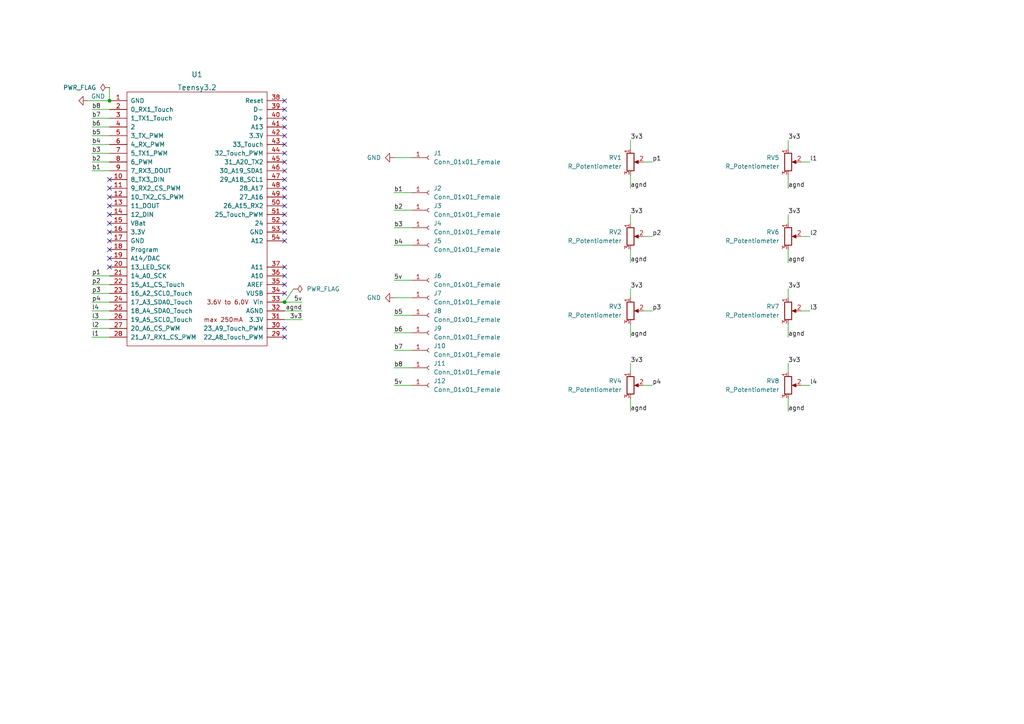
<source format=kicad_sch>
(kicad_sch (version 20211123) (generator eeschema)

  (uuid e63e39d7-6ac0-4ffd-8aa3-1841a4541b55)

  (paper "A4")

  (lib_symbols
    (symbol "Connector:Conn_01x01_Female" (pin_names (offset 1.016) hide) (in_bom yes) (on_board yes)
      (property "Reference" "J" (id 0) (at 0 2.54 0)
        (effects (font (size 1.27 1.27)))
      )
      (property "Value" "Conn_01x01_Female" (id 1) (at 0 -2.54 0)
        (effects (font (size 1.27 1.27)))
      )
      (property "Footprint" "" (id 2) (at 0 0 0)
        (effects (font (size 1.27 1.27)) hide)
      )
      (property "Datasheet" "~" (id 3) (at 0 0 0)
        (effects (font (size 1.27 1.27)) hide)
      )
      (property "ki_keywords" "connector" (id 4) (at 0 0 0)
        (effects (font (size 1.27 1.27)) hide)
      )
      (property "ki_description" "Generic connector, single row, 01x01, script generated (kicad-library-utils/schlib/autogen/connector/)" (id 5) (at 0 0 0)
        (effects (font (size 1.27 1.27)) hide)
      )
      (property "ki_fp_filters" "Connector*:*" (id 6) (at 0 0 0)
        (effects (font (size 1.27 1.27)) hide)
      )
      (symbol "Conn_01x01_Female_1_1"
        (polyline
          (pts
            (xy -1.27 0)
            (xy -0.508 0)
          )
          (stroke (width 0.1524) (type default) (color 0 0 0 0))
          (fill (type none))
        )
        (arc (start 0 0.508) (mid -0.508 0) (end 0 -0.508)
          (stroke (width 0.1524) (type default) (color 0 0 0 0))
          (fill (type none))
        )
        (pin passive line (at -5.08 0 0) (length 3.81)
          (name "Pin_1" (effects (font (size 1.27 1.27))))
          (number "1" (effects (font (size 1.27 1.27))))
        )
      )
    )
    (symbol "Device:R_Potentiometer" (pin_names (offset 1.016) hide) (in_bom yes) (on_board yes)
      (property "Reference" "RV" (id 0) (at -4.445 0 90)
        (effects (font (size 1.27 1.27)))
      )
      (property "Value" "R_Potentiometer" (id 1) (at -2.54 0 90)
        (effects (font (size 1.27 1.27)))
      )
      (property "Footprint" "" (id 2) (at 0 0 0)
        (effects (font (size 1.27 1.27)) hide)
      )
      (property "Datasheet" "~" (id 3) (at 0 0 0)
        (effects (font (size 1.27 1.27)) hide)
      )
      (property "ki_keywords" "resistor variable" (id 4) (at 0 0 0)
        (effects (font (size 1.27 1.27)) hide)
      )
      (property "ki_description" "Potentiometer" (id 5) (at 0 0 0)
        (effects (font (size 1.27 1.27)) hide)
      )
      (property "ki_fp_filters" "Potentiometer*" (id 6) (at 0 0 0)
        (effects (font (size 1.27 1.27)) hide)
      )
      (symbol "R_Potentiometer_0_1"
        (polyline
          (pts
            (xy 2.54 0)
            (xy 1.524 0)
          )
          (stroke (width 0) (type default) (color 0 0 0 0))
          (fill (type none))
        )
        (polyline
          (pts
            (xy 1.143 0)
            (xy 2.286 0.508)
            (xy 2.286 -0.508)
            (xy 1.143 0)
          )
          (stroke (width 0) (type default) (color 0 0 0 0))
          (fill (type outline))
        )
        (rectangle (start 1.016 2.54) (end -1.016 -2.54)
          (stroke (width 0.254) (type default) (color 0 0 0 0))
          (fill (type none))
        )
      )
      (symbol "R_Potentiometer_1_1"
        (pin passive line (at 0 3.81 270) (length 1.27)
          (name "1" (effects (font (size 1.27 1.27))))
          (number "1" (effects (font (size 1.27 1.27))))
        )
        (pin passive line (at 3.81 0 180) (length 1.27)
          (name "2" (effects (font (size 1.27 1.27))))
          (number "2" (effects (font (size 1.27 1.27))))
        )
        (pin passive line (at 0 -3.81 90) (length 1.27)
          (name "3" (effects (font (size 1.27 1.27))))
          (number "3" (effects (font (size 1.27 1.27))))
        )
      )
    )
    (symbol "Teensy:Teensy3.2" (pin_names (offset 1.016)) (in_bom yes) (on_board yes)
      (property "Reference" "U" (id 0) (at 0 39.37 0)
        (effects (font (size 1.524 1.524)))
      )
      (property "Value" "Teensy3.2" (id 1) (at 0 -39.37 0)
        (effects (font (size 1.524 1.524)))
      )
      (property "Footprint" "" (id 2) (at 0 -19.05 0)
        (effects (font (size 1.524 1.524)))
      )
      (property "Datasheet" "" (id 3) (at 0 -19.05 0)
        (effects (font (size 1.524 1.524)))
      )
      (symbol "Teensy3.2_0_0"
        (text "3.6V to 6.0V" (at 8.89 -24.13 0)
          (effects (font (size 1.27 1.27)))
        )
        (text "max 250mA" (at 7.62 -29.21 0)
          (effects (font (size 1.27 1.27)))
        )
      )
      (symbol "Teensy3.2_0_1"
        (rectangle (start -20.32 -36.83) (end 20.32 36.83)
          (stroke (width 0) (type default) (color 0 0 0 0))
          (fill (type none))
        )
      )
      (symbol "Teensy3.2_1_1"
        (pin power_in line (at -25.4 34.29 0) (length 5.08)
          (name "GND" (effects (font (size 1.27 1.27))))
          (number "1" (effects (font (size 1.27 1.27))))
        )
        (pin bidirectional line (at -25.4 11.43 0) (length 5.08)
          (name "8_TX3_DIN" (effects (font (size 1.27 1.27))))
          (number "10" (effects (font (size 1.27 1.27))))
        )
        (pin bidirectional line (at -25.4 8.89 0) (length 5.08)
          (name "9_RX2_CS_PWM" (effects (font (size 1.27 1.27))))
          (number "11" (effects (font (size 1.27 1.27))))
        )
        (pin bidirectional line (at -25.4 6.35 0) (length 5.08)
          (name "10_TX2_CS_PWM" (effects (font (size 1.27 1.27))))
          (number "12" (effects (font (size 1.27 1.27))))
        )
        (pin bidirectional line (at -25.4 3.81 0) (length 5.08)
          (name "11_DOUT" (effects (font (size 1.27 1.27))))
          (number "13" (effects (font (size 1.27 1.27))))
        )
        (pin bidirectional line (at -25.4 1.27 0) (length 5.08)
          (name "12_DIN" (effects (font (size 1.27 1.27))))
          (number "14" (effects (font (size 1.27 1.27))))
        )
        (pin power_in line (at -25.4 -1.27 0) (length 5.08)
          (name "VBat" (effects (font (size 1.27 1.27))))
          (number "15" (effects (font (size 1.27 1.27))))
        )
        (pin power_out line (at -25.4 -3.81 0) (length 5.08)
          (name "3.3V" (effects (font (size 1.27 1.27))))
          (number "16" (effects (font (size 1.27 1.27))))
        )
        (pin power_in line (at -25.4 -6.35 0) (length 5.08)
          (name "GND" (effects (font (size 1.27 1.27))))
          (number "17" (effects (font (size 1.27 1.27))))
        )
        (pin input line (at -25.4 -8.89 0) (length 5.08)
          (name "Program" (effects (font (size 1.27 1.27))))
          (number "18" (effects (font (size 1.27 1.27))))
        )
        (pin bidirectional line (at -25.4 -11.43 0) (length 5.08)
          (name "A14/DAC" (effects (font (size 1.27 1.27))))
          (number "19" (effects (font (size 1.27 1.27))))
        )
        (pin bidirectional line (at -25.4 31.75 0) (length 5.08)
          (name "0_RX1_Touch" (effects (font (size 1.27 1.27))))
          (number "2" (effects (font (size 1.27 1.27))))
        )
        (pin bidirectional line (at -25.4 -13.97 0) (length 5.08)
          (name "13_LED_SCK" (effects (font (size 1.27 1.27))))
          (number "20" (effects (font (size 1.27 1.27))))
        )
        (pin bidirectional line (at -25.4 -16.51 0) (length 5.08)
          (name "14_A0_SCK" (effects (font (size 1.27 1.27))))
          (number "21" (effects (font (size 1.27 1.27))))
        )
        (pin bidirectional line (at -25.4 -19.05 0) (length 5.08)
          (name "15_A1_CS_Touch" (effects (font (size 1.27 1.27))))
          (number "22" (effects (font (size 1.27 1.27))))
        )
        (pin bidirectional line (at -25.4 -21.59 0) (length 5.08)
          (name "16_A2_SCL0_Touch" (effects (font (size 1.27 1.27))))
          (number "23" (effects (font (size 1.27 1.27))))
        )
        (pin bidirectional line (at -25.4 -24.13 0) (length 5.08)
          (name "17_A3_SDA0_Touch" (effects (font (size 1.27 1.27))))
          (number "24" (effects (font (size 1.27 1.27))))
        )
        (pin bidirectional line (at -25.4 -26.67 0) (length 5.08)
          (name "18_A4_SDA0_Touch" (effects (font (size 1.27 1.27))))
          (number "25" (effects (font (size 1.27 1.27))))
        )
        (pin bidirectional line (at -25.4 -29.21 0) (length 5.08)
          (name "19_A5_SCL0_Touch" (effects (font (size 1.27 1.27))))
          (number "26" (effects (font (size 1.27 1.27))))
        )
        (pin bidirectional line (at -25.4 -31.75 0) (length 5.08)
          (name "20_A6_CS_PWM" (effects (font (size 1.27 1.27))))
          (number "27" (effects (font (size 1.27 1.27))))
        )
        (pin bidirectional line (at -25.4 -34.29 0) (length 5.08)
          (name "21_A7_RX1_CS_PWM" (effects (font (size 1.27 1.27))))
          (number "28" (effects (font (size 1.27 1.27))))
        )
        (pin bidirectional line (at 25.4 -34.29 180) (length 5.08)
          (name "22_A8_Touch_PWM" (effects (font (size 1.27 1.27))))
          (number "29" (effects (font (size 1.27 1.27))))
        )
        (pin bidirectional line (at -25.4 29.21 0) (length 5.08)
          (name "1_TX1_Touch" (effects (font (size 1.27 1.27))))
          (number "3" (effects (font (size 1.27 1.27))))
        )
        (pin bidirectional line (at 25.4 -31.75 180) (length 5.08)
          (name "23_A9_Touch_PWM" (effects (font (size 1.27 1.27))))
          (number "30" (effects (font (size 1.27 1.27))))
        )
        (pin power_out line (at 25.4 -29.21 180) (length 5.08)
          (name "3.3V" (effects (font (size 1.27 1.27))))
          (number "31" (effects (font (size 1.27 1.27))))
        )
        (pin power_out line (at 25.4 -26.67 180) (length 5.08)
          (name "AGND" (effects (font (size 1.27 1.27))))
          (number "32" (effects (font (size 1.27 1.27))))
        )
        (pin power_in line (at 25.4 -24.13 180) (length 5.08)
          (name "Vin" (effects (font (size 1.27 1.27))))
          (number "33" (effects (font (size 1.27 1.27))))
        )
        (pin power_in line (at 25.4 -21.59 180) (length 5.08)
          (name "VUSB" (effects (font (size 1.27 1.27))))
          (number "34" (effects (font (size 1.27 1.27))))
        )
        (pin input line (at 25.4 -19.05 180) (length 5.08)
          (name "AREF" (effects (font (size 1.27 1.27))))
          (number "35" (effects (font (size 1.27 1.27))))
        )
        (pin bidirectional line (at 25.4 -16.51 180) (length 5.08)
          (name "A10" (effects (font (size 1.27 1.27))))
          (number "36" (effects (font (size 1.27 1.27))))
        )
        (pin bidirectional line (at 25.4 -13.97 180) (length 5.08)
          (name "A11" (effects (font (size 1.27 1.27))))
          (number "37" (effects (font (size 1.27 1.27))))
        )
        (pin input line (at 25.4 34.29 180) (length 5.08)
          (name "Reset" (effects (font (size 1.27 1.27))))
          (number "38" (effects (font (size 1.27 1.27))))
        )
        (pin bidirectional line (at 25.4 31.75 180) (length 5.08)
          (name "D-" (effects (font (size 1.27 1.27))))
          (number "39" (effects (font (size 1.27 1.27))))
        )
        (pin bidirectional line (at -25.4 26.67 0) (length 5.08)
          (name "2" (effects (font (size 1.27 1.27))))
          (number "4" (effects (font (size 1.27 1.27))))
        )
        (pin bidirectional line (at 25.4 29.21 180) (length 5.08)
          (name "D+" (effects (font (size 1.27 1.27))))
          (number "40" (effects (font (size 1.27 1.27))))
        )
        (pin bidirectional line (at 25.4 26.67 180) (length 5.08)
          (name "A13" (effects (font (size 1.27 1.27))))
          (number "41" (effects (font (size 1.27 1.27))))
        )
        (pin power_out line (at 25.4 24.13 180) (length 5.08)
          (name "3.3V" (effects (font (size 1.27 1.27))))
          (number "42" (effects (font (size 1.27 1.27))))
        )
        (pin bidirectional line (at 25.4 21.59 180) (length 5.08)
          (name "33_Touch" (effects (font (size 1.27 1.27))))
          (number "43" (effects (font (size 1.27 1.27))))
        )
        (pin bidirectional line (at 25.4 19.05 180) (length 5.08)
          (name "32_Touch_PWM" (effects (font (size 1.27 1.27))))
          (number "44" (effects (font (size 1.27 1.27))))
        )
        (pin bidirectional line (at 25.4 16.51 180) (length 5.08)
          (name "31_A20_TX2" (effects (font (size 1.27 1.27))))
          (number "45" (effects (font (size 1.27 1.27))))
        )
        (pin bidirectional line (at 25.4 13.97 180) (length 5.08)
          (name "30_A19_SDA1" (effects (font (size 1.27 1.27))))
          (number "46" (effects (font (size 1.27 1.27))))
        )
        (pin bidirectional line (at 25.4 11.43 180) (length 5.08)
          (name "29_A18_SCL1" (effects (font (size 1.27 1.27))))
          (number "47" (effects (font (size 1.27 1.27))))
        )
        (pin bidirectional line (at 25.4 8.89 180) (length 5.08)
          (name "28_A17" (effects (font (size 1.27 1.27))))
          (number "48" (effects (font (size 1.27 1.27))))
        )
        (pin bidirectional line (at 25.4 6.35 180) (length 5.08)
          (name "27_A16" (effects (font (size 1.27 1.27))))
          (number "49" (effects (font (size 1.27 1.27))))
        )
        (pin bidirectional line (at -25.4 24.13 0) (length 5.08)
          (name "3_TX_PWM" (effects (font (size 1.27 1.27))))
          (number "5" (effects (font (size 1.27 1.27))))
        )
        (pin bidirectional line (at 25.4 3.81 180) (length 5.08)
          (name "26_A15_RX2" (effects (font (size 1.27 1.27))))
          (number "50" (effects (font (size 1.27 1.27))))
        )
        (pin bidirectional line (at 25.4 1.27 180) (length 5.08)
          (name "25_Touch_PWM" (effects (font (size 1.27 1.27))))
          (number "51" (effects (font (size 1.27 1.27))))
        )
        (pin bidirectional line (at 25.4 -1.27 180) (length 5.08)
          (name "24" (effects (font (size 1.27 1.27))))
          (number "52" (effects (font (size 1.27 1.27))))
        )
        (pin power_in line (at 25.4 -3.81 180) (length 5.08)
          (name "GND" (effects (font (size 1.27 1.27))))
          (number "53" (effects (font (size 1.27 1.27))))
        )
        (pin bidirectional line (at 25.4 -6.35 180) (length 5.08)
          (name "A12" (effects (font (size 1.27 1.27))))
          (number "54" (effects (font (size 1.27 1.27))))
        )
        (pin bidirectional line (at -25.4 21.59 0) (length 5.08)
          (name "4_RX_PWM" (effects (font (size 1.27 1.27))))
          (number "6" (effects (font (size 1.27 1.27))))
        )
        (pin bidirectional line (at -25.4 19.05 0) (length 5.08)
          (name "5_TX1_PWM" (effects (font (size 1.27 1.27))))
          (number "7" (effects (font (size 1.27 1.27))))
        )
        (pin bidirectional line (at -25.4 16.51 0) (length 5.08)
          (name "6_PWM" (effects (font (size 1.27 1.27))))
          (number "8" (effects (font (size 1.27 1.27))))
        )
        (pin bidirectional line (at -25.4 13.97 0) (length 5.08)
          (name "7_RX3_DOUT" (effects (font (size 1.27 1.27))))
          (number "9" (effects (font (size 1.27 1.27))))
        )
      )
    )
    (symbol "power:GND" (power) (pin_names (offset 0)) (in_bom yes) (on_board yes)
      (property "Reference" "#PWR" (id 0) (at 0 -6.35 0)
        (effects (font (size 1.27 1.27)) hide)
      )
      (property "Value" "GND" (id 1) (at 0 -3.81 0)
        (effects (font (size 1.27 1.27)))
      )
      (property "Footprint" "" (id 2) (at 0 0 0)
        (effects (font (size 1.27 1.27)) hide)
      )
      (property "Datasheet" "" (id 3) (at 0 0 0)
        (effects (font (size 1.27 1.27)) hide)
      )
      (property "ki_keywords" "power-flag" (id 4) (at 0 0 0)
        (effects (font (size 1.27 1.27)) hide)
      )
      (property "ki_description" "Power symbol creates a global label with name \"GND\" , ground" (id 5) (at 0 0 0)
        (effects (font (size 1.27 1.27)) hide)
      )
      (symbol "GND_0_1"
        (polyline
          (pts
            (xy 0 0)
            (xy 0 -1.27)
            (xy 1.27 -1.27)
            (xy 0 -2.54)
            (xy -1.27 -1.27)
            (xy 0 -1.27)
          )
          (stroke (width 0) (type default) (color 0 0 0 0))
          (fill (type none))
        )
      )
      (symbol "GND_1_1"
        (pin power_in line (at 0 0 270) (length 0) hide
          (name "GND" (effects (font (size 1.27 1.27))))
          (number "1" (effects (font (size 1.27 1.27))))
        )
      )
    )
    (symbol "power:PWR_FLAG" (power) (pin_numbers hide) (pin_names (offset 0) hide) (in_bom yes) (on_board yes)
      (property "Reference" "#FLG" (id 0) (at 0 1.905 0)
        (effects (font (size 1.27 1.27)) hide)
      )
      (property "Value" "PWR_FLAG" (id 1) (at 0 3.81 0)
        (effects (font (size 1.27 1.27)))
      )
      (property "Footprint" "" (id 2) (at 0 0 0)
        (effects (font (size 1.27 1.27)) hide)
      )
      (property "Datasheet" "~" (id 3) (at 0 0 0)
        (effects (font (size 1.27 1.27)) hide)
      )
      (property "ki_keywords" "power-flag" (id 4) (at 0 0 0)
        (effects (font (size 1.27 1.27)) hide)
      )
      (property "ki_description" "Special symbol for telling ERC where power comes from" (id 5) (at 0 0 0)
        (effects (font (size 1.27 1.27)) hide)
      )
      (symbol "PWR_FLAG_0_0"
        (pin power_out line (at 0 0 90) (length 0)
          (name "pwr" (effects (font (size 1.27 1.27))))
          (number "1" (effects (font (size 1.27 1.27))))
        )
      )
      (symbol "PWR_FLAG_0_1"
        (polyline
          (pts
            (xy 0 0)
            (xy 0 1.27)
            (xy -1.016 1.905)
            (xy 0 2.54)
            (xy 1.016 1.905)
            (xy 0 1.27)
          )
          (stroke (width 0) (type default) (color 0 0 0 0))
          (fill (type none))
        )
      )
    )
  )

  (junction (at 31.75 29.21) (diameter 0) (color 0 0 0 0)
    (uuid 1dd9e88d-804b-4ad5-ac70-8e0ec2e07d2b)
  )
  (junction (at 82.55 87.63) (diameter 0) (color 0 0 0 0)
    (uuid 639f8471-ada5-4f78-89f6-af541dfd2b3a)
  )

  (no_connect (at 31.75 67.31) (uuid f352e561-93ae-4eda-af14-a930a36aa74a))
  (no_connect (at 31.75 69.85) (uuid f352e561-93ae-4eda-af14-a930a36aa74b))
  (no_connect (at 31.75 72.39) (uuid f352e561-93ae-4eda-af14-a930a36aa74c))
  (no_connect (at 31.75 74.93) (uuid f352e561-93ae-4eda-af14-a930a36aa74d))
  (no_connect (at 31.75 77.47) (uuid f352e561-93ae-4eda-af14-a930a36aa74e))
  (no_connect (at 31.75 52.07) (uuid f352e561-93ae-4eda-af14-a930a36aa74f))
  (no_connect (at 31.75 54.61) (uuid f352e561-93ae-4eda-af14-a930a36aa750))
  (no_connect (at 31.75 57.15) (uuid f352e561-93ae-4eda-af14-a930a36aa751))
  (no_connect (at 31.75 59.69) (uuid f352e561-93ae-4eda-af14-a930a36aa752))
  (no_connect (at 31.75 62.23) (uuid f352e561-93ae-4eda-af14-a930a36aa753))
  (no_connect (at 82.55 29.21) (uuid f352e561-93ae-4eda-af14-a930a36aa754))
  (no_connect (at 82.55 31.75) (uuid f352e561-93ae-4eda-af14-a930a36aa755))
  (no_connect (at 82.55 34.29) (uuid f352e561-93ae-4eda-af14-a930a36aa756))
  (no_connect (at 82.55 36.83) (uuid f352e561-93ae-4eda-af14-a930a36aa757))
  (no_connect (at 82.55 39.37) (uuid f352e561-93ae-4eda-af14-a930a36aa758))
  (no_connect (at 31.75 64.77) (uuid f352e561-93ae-4eda-af14-a930a36aa759))
  (no_connect (at 82.55 41.91) (uuid f352e561-93ae-4eda-af14-a930a36aa75a))
  (no_connect (at 82.55 44.45) (uuid f352e561-93ae-4eda-af14-a930a36aa75b))
  (no_connect (at 82.55 97.79) (uuid f352e561-93ae-4eda-af14-a930a36aa75c))
  (no_connect (at 82.55 77.47) (uuid f352e561-93ae-4eda-af14-a930a36aa75d))
  (no_connect (at 82.55 80.01) (uuid f352e561-93ae-4eda-af14-a930a36aa75e))
  (no_connect (at 82.55 82.55) (uuid f352e561-93ae-4eda-af14-a930a36aa75f))
  (no_connect (at 82.55 85.09) (uuid f352e561-93ae-4eda-af14-a930a36aa760))
  (no_connect (at 82.55 46.99) (uuid f352e561-93ae-4eda-af14-a930a36aa761))
  (no_connect (at 82.55 49.53) (uuid f352e561-93ae-4eda-af14-a930a36aa762))
  (no_connect (at 82.55 52.07) (uuid f352e561-93ae-4eda-af14-a930a36aa763))
  (no_connect (at 82.55 54.61) (uuid f352e561-93ae-4eda-af14-a930a36aa764))
  (no_connect (at 82.55 57.15) (uuid f352e561-93ae-4eda-af14-a930a36aa765))
  (no_connect (at 82.55 59.69) (uuid f352e561-93ae-4eda-af14-a930a36aa766))
  (no_connect (at 82.55 62.23) (uuid f352e561-93ae-4eda-af14-a930a36aa767))
  (no_connect (at 82.55 64.77) (uuid f352e561-93ae-4eda-af14-a930a36aa768))
  (no_connect (at 82.55 67.31) (uuid f352e561-93ae-4eda-af14-a930a36aa769))
  (no_connect (at 82.55 69.85) (uuid f352e561-93ae-4eda-af14-a930a36aa76a))
  (no_connect (at 82.55 95.25) (uuid f352e561-93ae-4eda-af14-a930a36aa76b))

  (wire (pts (xy 228.6 62.23) (xy 228.6 64.77))
    (stroke (width 0) (type default) (color 0 0 0 0))
    (uuid 025f3c5b-91a0-4be4-bc17-9fdd86e9fd13)
  )
  (wire (pts (xy 82.55 92.71) (xy 87.63 92.71))
    (stroke (width 0) (type default) (color 0 0 0 0))
    (uuid 0a26ec63-7d3d-4a4d-9342-5ce61acbbba7)
  )
  (wire (pts (xy 234.95 90.17) (xy 232.41 90.17))
    (stroke (width 0) (type default) (color 0 0 0 0))
    (uuid 0d905ac9-de08-452e-8a88-72d4c6ceea2b)
  )
  (wire (pts (xy 114.3 45.72) (xy 119.38 45.72))
    (stroke (width 0) (type default) (color 0 0 0 0))
    (uuid 0ea22984-b6de-435f-9be1-e6228d13ec63)
  )
  (wire (pts (xy 26.67 39.37) (xy 31.75 39.37))
    (stroke (width 0) (type default) (color 0 0 0 0))
    (uuid 115283c6-68e1-41ba-b169-5ce00b34410d)
  )
  (wire (pts (xy 26.67 41.91) (xy 31.75 41.91))
    (stroke (width 0) (type default) (color 0 0 0 0))
    (uuid 16bec07c-dea9-45b0-9f96-75002416009e)
  )
  (wire (pts (xy 26.67 95.25) (xy 31.75 95.25))
    (stroke (width 0) (type default) (color 0 0 0 0))
    (uuid 1a181f34-a737-4793-aff4-ad9345a7d021)
  )
  (wire (pts (xy 114.3 111.76) (xy 119.38 111.76))
    (stroke (width 0) (type default) (color 0 0 0 0))
    (uuid 1a91dadc-6a1f-4745-b3d5-994378acb359)
  )
  (wire (pts (xy 182.88 105.41) (xy 182.88 107.95))
    (stroke (width 0) (type default) (color 0 0 0 0))
    (uuid 1c8e83f5-faba-42e8-957e-232eff405a84)
  )
  (wire (pts (xy 189.23 90.17) (xy 186.69 90.17))
    (stroke (width 0) (type default) (color 0 0 0 0))
    (uuid 2091c5d1-7f1f-41e8-bc4f-aeb528e9771f)
  )
  (wire (pts (xy 114.3 81.28) (xy 119.38 81.28))
    (stroke (width 0) (type default) (color 0 0 0 0))
    (uuid 21f18e70-aded-4b5b-a261-5ca5b9a703f1)
  )
  (wire (pts (xy 114.3 60.96) (xy 119.38 60.96))
    (stroke (width 0) (type default) (color 0 0 0 0))
    (uuid 2c2bf15b-b6ba-465e-bcc8-f9e156bf555f)
  )
  (wire (pts (xy 31.75 25.4) (xy 31.75 29.21))
    (stroke (width 0) (type default) (color 0 0 0 0))
    (uuid 2ecbc175-5f55-4ac3-9562-e8643531c07d)
  )
  (wire (pts (xy 87.63 87.63) (xy 82.55 87.63))
    (stroke (width 0) (type default) (color 0 0 0 0))
    (uuid 316a1cae-09a2-4c7c-8cac-432c79f4e101)
  )
  (wire (pts (xy 189.23 46.99) (xy 186.69 46.99))
    (stroke (width 0) (type default) (color 0 0 0 0))
    (uuid 37a2d8ef-d05c-4d44-a470-089b7003dc8f)
  )
  (wire (pts (xy 182.88 54.61) (xy 182.88 50.8))
    (stroke (width 0) (type default) (color 0 0 0 0))
    (uuid 39a741c2-381e-47a6-920f-ab909d58351c)
  )
  (wire (pts (xy 228.6 76.2) (xy 228.6 72.39))
    (stroke (width 0) (type default) (color 0 0 0 0))
    (uuid 3b095658-af15-4190-a81c-2019b6e7bdad)
  )
  (wire (pts (xy 182.88 40.64) (xy 182.88 43.18))
    (stroke (width 0) (type default) (color 0 0 0 0))
    (uuid 496b6bfa-6b03-4ff8-8a7b-9810566f8ab7)
  )
  (wire (pts (xy 228.6 97.79) (xy 228.6 93.98))
    (stroke (width 0) (type default) (color 0 0 0 0))
    (uuid 4e7b9a8d-f1a6-4f2b-920a-c81afa4f1eab)
  )
  (wire (pts (xy 228.6 40.64) (xy 228.6 43.18))
    (stroke (width 0) (type default) (color 0 0 0 0))
    (uuid 55f0b7f0-1f15-4a9e-a153-ae929e278930)
  )
  (wire (pts (xy 26.67 97.79) (xy 31.75 97.79))
    (stroke (width 0) (type default) (color 0 0 0 0))
    (uuid 60bd9ae3-eb23-40de-9a6b-c99fd3e8dbd1)
  )
  (wire (pts (xy 26.67 44.45) (xy 31.75 44.45))
    (stroke (width 0) (type default) (color 0 0 0 0))
    (uuid 683a1685-a8dd-464b-80ac-70bbdc5e1138)
  )
  (wire (pts (xy 234.95 68.58) (xy 232.41 68.58))
    (stroke (width 0) (type default) (color 0 0 0 0))
    (uuid 6a9c45bb-a78b-4aca-933e-39fe04d0aabd)
  )
  (wire (pts (xy 182.88 76.2) (xy 182.88 72.39))
    (stroke (width 0) (type default) (color 0 0 0 0))
    (uuid 6ec8f8d1-afdd-47a0-a731-5f8ffcb8b205)
  )
  (wire (pts (xy 26.67 31.75) (xy 31.75 31.75))
    (stroke (width 0) (type default) (color 0 0 0 0))
    (uuid 70006516-8cfd-4688-9a59-ea4d82e25dfb)
  )
  (wire (pts (xy 114.3 91.44) (xy 119.38 91.44))
    (stroke (width 0) (type default) (color 0 0 0 0))
    (uuid 70bcf994-b4cc-4e5f-8bd5-06eb0ee6d669)
  )
  (wire (pts (xy 26.67 34.29) (xy 31.75 34.29))
    (stroke (width 0) (type default) (color 0 0 0 0))
    (uuid 7d34b705-0938-485f-95f7-36f8a0d66713)
  )
  (wire (pts (xy 182.88 119.38) (xy 182.88 115.57))
    (stroke (width 0) (type default) (color 0 0 0 0))
    (uuid 7e06a67c-0b8f-41af-ac98-a022751a9593)
  )
  (wire (pts (xy 228.6 119.38) (xy 228.6 115.57))
    (stroke (width 0) (type default) (color 0 0 0 0))
    (uuid 8221e490-7214-4661-b503-aee5e6229bab)
  )
  (wire (pts (xy 85.09 83.82) (xy 82.55 87.63))
    (stroke (width 0) (type default) (color 0 0 0 0))
    (uuid 825167af-630d-44f2-820a-b123101d3414)
  )
  (wire (pts (xy 114.3 101.6) (xy 119.38 101.6))
    (stroke (width 0) (type default) (color 0 0 0 0))
    (uuid 838e3b74-146e-4e7a-8d21-d94d65da7967)
  )
  (wire (pts (xy 182.88 62.23) (xy 182.88 64.77))
    (stroke (width 0) (type default) (color 0 0 0 0))
    (uuid 853662b4-c3d7-45f7-844e-c1b7a002d98a)
  )
  (wire (pts (xy 26.67 92.71) (xy 31.75 92.71))
    (stroke (width 0) (type default) (color 0 0 0 0))
    (uuid 8b99eb53-30d1-487c-b3d8-380055796f8a)
  )
  (wire (pts (xy 234.95 46.99) (xy 232.41 46.99))
    (stroke (width 0) (type default) (color 0 0 0 0))
    (uuid 8d17a592-c835-4b8f-98ae-c0d105d120d2)
  )
  (wire (pts (xy 234.95 111.76) (xy 232.41 111.76))
    (stroke (width 0) (type default) (color 0 0 0 0))
    (uuid 8dd42424-e705-4428-afe8-d0f68596cad7)
  )
  (wire (pts (xy 182.88 83.82) (xy 182.88 86.36))
    (stroke (width 0) (type default) (color 0 0 0 0))
    (uuid 925c275b-9826-49f5-a2d1-961803304138)
  )
  (wire (pts (xy 82.55 90.17) (xy 87.63 90.17))
    (stroke (width 0) (type default) (color 0 0 0 0))
    (uuid 92f2a2a2-5ca7-47ed-827e-9842f2c95542)
  )
  (wire (pts (xy 228.6 83.82) (xy 228.6 86.36))
    (stroke (width 0) (type default) (color 0 0 0 0))
    (uuid 9d451154-f601-4ba0-9b8a-e53f5fd304bf)
  )
  (wire (pts (xy 26.67 49.53) (xy 31.75 49.53))
    (stroke (width 0) (type default) (color 0 0 0 0))
    (uuid 9f56143b-0364-49cf-a344-ee2f6a4eb3bb)
  )
  (wire (pts (xy 114.3 55.88) (xy 119.38 55.88))
    (stroke (width 0) (type default) (color 0 0 0 0))
    (uuid a4edbc75-42bd-49de-8be8-44ca16ff2c78)
  )
  (wire (pts (xy 26.67 85.09) (xy 31.75 85.09))
    (stroke (width 0) (type default) (color 0 0 0 0))
    (uuid a7904b22-60ce-4970-9dc7-dba0de3332a4)
  )
  (wire (pts (xy 189.23 68.58) (xy 186.69 68.58))
    (stroke (width 0) (type default) (color 0 0 0 0))
    (uuid a7c0ad69-e1cb-444e-9165-b717cab496c8)
  )
  (wire (pts (xy 26.67 87.63) (xy 31.75 87.63))
    (stroke (width 0) (type default) (color 0 0 0 0))
    (uuid a81cbe34-12b6-4847-ad1b-23ae30404ff5)
  )
  (wire (pts (xy 114.3 106.68) (xy 119.38 106.68))
    (stroke (width 0) (type default) (color 0 0 0 0))
    (uuid b7845f2f-466a-4ed1-a8bb-d7f400922eb6)
  )
  (wire (pts (xy 114.3 66.04) (xy 119.38 66.04))
    (stroke (width 0) (type default) (color 0 0 0 0))
    (uuid bdc704d5-d479-4948-bcf6-248b7cd4f5a2)
  )
  (wire (pts (xy 26.67 80.01) (xy 31.75 80.01))
    (stroke (width 0) (type default) (color 0 0 0 0))
    (uuid c08f5541-8b6c-46f5-9423-0d35ec19b01b)
  )
  (wire (pts (xy 26.67 90.17) (xy 31.75 90.17))
    (stroke (width 0) (type default) (color 0 0 0 0))
    (uuid c913286c-8a7b-44a2-a98f-791514d1140f)
  )
  (wire (pts (xy 114.3 96.52) (xy 119.38 96.52))
    (stroke (width 0) (type default) (color 0 0 0 0))
    (uuid cca82a32-9abb-430f-b8d8-8857e5d2d31e)
  )
  (wire (pts (xy 26.67 46.99) (xy 31.75 46.99))
    (stroke (width 0) (type default) (color 0 0 0 0))
    (uuid d08023c0-9254-4483-9699-4affbec44dcd)
  )
  (wire (pts (xy 189.23 111.76) (xy 186.69 111.76))
    (stroke (width 0) (type default) (color 0 0 0 0))
    (uuid d5d1933d-fce8-4309-84d5-b07ffd209b1a)
  )
  (wire (pts (xy 114.3 86.36) (xy 119.38 86.36))
    (stroke (width 0) (type default) (color 0 0 0 0))
    (uuid e6e54e63-c92e-4780-9e67-00d1917b3898)
  )
  (wire (pts (xy 26.67 82.55) (xy 31.75 82.55))
    (stroke (width 0) (type default) (color 0 0 0 0))
    (uuid e997db8e-299e-4166-9f4b-345b665cb813)
  )
  (wire (pts (xy 26.67 36.83) (xy 31.75 36.83))
    (stroke (width 0) (type default) (color 0 0 0 0))
    (uuid eae414d5-b843-4ed5-a2e1-1caa8a5794e8)
  )
  (wire (pts (xy 228.6 54.61) (xy 228.6 50.8))
    (stroke (width 0) (type default) (color 0 0 0 0))
    (uuid ec4b4b08-42f9-4472-a1ce-b422db7adc00)
  )
  (wire (pts (xy 114.3 71.12) (xy 119.38 71.12))
    (stroke (width 0) (type default) (color 0 0 0 0))
    (uuid ec591fe6-f56c-488e-af96-993e428f1d6d)
  )
  (wire (pts (xy 25.4 29.21) (xy 31.75 29.21))
    (stroke (width 0) (type default) (color 0 0 0 0))
    (uuid efd7b9e4-23be-499d-a16f-88cf92b4f00d)
  )
  (wire (pts (xy 182.88 97.79) (xy 182.88 93.98))
    (stroke (width 0) (type default) (color 0 0 0 0))
    (uuid f9938ded-c4e4-468a-9bca-90a9f1d81cb7)
  )
  (wire (pts (xy 228.6 105.41) (xy 228.6 107.95))
    (stroke (width 0) (type default) (color 0 0 0 0))
    (uuid fd86d3e2-dacd-41fb-90f0-3aa503a49416)
  )

  (label "3v3" (at 87.63 92.71 180)
    (effects (font (size 1.27 1.27)) (justify right bottom))
    (uuid 01dcfdc4-1c68-470f-a83f-558d81016afb)
  )
  (label "5v" (at 87.63 87.63 180)
    (effects (font (size 1.27 1.27)) (justify right bottom))
    (uuid 03e0cba7-e7df-41f0-8f60-8f593d8a58f4)
  )
  (label "p4" (at 189.23 111.76 0)
    (effects (font (size 1.27 1.27)) (justify left bottom))
    (uuid 0465366f-c344-40f0-9568-26ac55bfcf3c)
  )
  (label "p2" (at 26.67 82.55 0)
    (effects (font (size 1.27 1.27)) (justify left bottom))
    (uuid 0e7fac86-8fa0-48b5-ac79-291501afee67)
  )
  (label "l2" (at 26.67 95.25 0)
    (effects (font (size 1.27 1.27)) (justify left bottom))
    (uuid 10a17023-2aeb-4673-bdd2-01f0a56501f0)
  )
  (label "agnd" (at 228.6 54.61 0)
    (effects (font (size 1.27 1.27)) (justify left bottom))
    (uuid 180ef61e-a7a5-4444-9507-ef0dc3883736)
  )
  (label "p1" (at 26.67 80.01 0)
    (effects (font (size 1.27 1.27)) (justify left bottom))
    (uuid 1fa2e4c8-7e50-400c-af8d-173768a7561a)
  )
  (label "p3" (at 26.67 85.09 0)
    (effects (font (size 1.27 1.27)) (justify left bottom))
    (uuid 237ab286-fc4e-474d-93ff-7e4b2298d5bc)
  )
  (label "agnd" (at 228.6 76.2 0)
    (effects (font (size 1.27 1.27)) (justify left bottom))
    (uuid 244003b2-3b53-4fb0-9931-67774dc68db3)
  )
  (label "agnd" (at 182.88 97.79 0)
    (effects (font (size 1.27 1.27)) (justify left bottom))
    (uuid 268ec946-f2f6-4832-a872-8c9ddd68499a)
  )
  (label "b6" (at 114.3 96.52 0)
    (effects (font (size 1.27 1.27)) (justify left bottom))
    (uuid 296574c6-df97-4a9e-94c5-a09d6de332d9)
  )
  (label "l1" (at 26.67 97.79 0)
    (effects (font (size 1.27 1.27)) (justify left bottom))
    (uuid 2a104bda-a4ef-44ca-8877-8bb43fbb904b)
  )
  (label "b2" (at 26.67 46.99 0)
    (effects (font (size 1.27 1.27)) (justify left bottom))
    (uuid 2a5548e4-f5ca-47dc-91d3-efeb1b0fb161)
  )
  (label "l3" (at 26.67 92.71 0)
    (effects (font (size 1.27 1.27)) (justify left bottom))
    (uuid 2ad71da4-d767-415e-8cbe-b2652e4caec6)
  )
  (label "5v" (at 114.3 81.28 0)
    (effects (font (size 1.27 1.27)) (justify left bottom))
    (uuid 33d5f74c-c750-4f80-beee-68eeea242116)
  )
  (label "b8" (at 114.3 106.68 0)
    (effects (font (size 1.27 1.27)) (justify left bottom))
    (uuid 465beba9-da39-4b8d-984e-8abf7217d96a)
  )
  (label "agnd" (at 182.88 119.38 0)
    (effects (font (size 1.27 1.27)) (justify left bottom))
    (uuid 46d4a338-e91a-42d8-a227-8056b00eaf94)
  )
  (label "b7" (at 26.67 34.29 0)
    (effects (font (size 1.27 1.27)) (justify left bottom))
    (uuid 4b877073-7448-4962-95fd-b72842baada4)
  )
  (label "p3" (at 189.23 90.17 0)
    (effects (font (size 1.27 1.27)) (justify left bottom))
    (uuid 5418035e-dd35-449e-be96-b4da0f00a5d0)
  )
  (label "b2" (at 114.3 60.96 0)
    (effects (font (size 1.27 1.27)) (justify left bottom))
    (uuid 5ff14c3d-4a0e-4b90-9216-3b5de551b57d)
  )
  (label "p2" (at 189.23 68.58 0)
    (effects (font (size 1.27 1.27)) (justify left bottom))
    (uuid 628acda9-e82a-4ef6-b541-35d0806d9cf1)
  )
  (label "b5" (at 26.67 39.37 0)
    (effects (font (size 1.27 1.27)) (justify left bottom))
    (uuid 64ab175d-4bf3-4615-af7a-4b66eed69bcf)
  )
  (label "agnd" (at 182.88 54.61 0)
    (effects (font (size 1.27 1.27)) (justify left bottom))
    (uuid 65c85b6b-4de9-46ca-8d83-f160de1c41a4)
  )
  (label "l3" (at 234.95 90.17 0)
    (effects (font (size 1.27 1.27)) (justify left bottom))
    (uuid 677723d5-abc2-4ec2-bae3-371a8d304130)
  )
  (label "agnd" (at 182.88 76.2 0)
    (effects (font (size 1.27 1.27)) (justify left bottom))
    (uuid 67cf4992-e8ce-4cf3-b6b6-a2c96ad8cab9)
  )
  (label "b3" (at 26.67 44.45 0)
    (effects (font (size 1.27 1.27)) (justify left bottom))
    (uuid 74adf17e-fa34-4819-9ecd-2c2566d23069)
  )
  (label "3v3" (at 182.88 105.41 0)
    (effects (font (size 1.27 1.27)) (justify left bottom))
    (uuid 7612de90-03b6-4f44-81fd-459f3af76ce5)
  )
  (label "3v3" (at 228.6 83.82 0)
    (effects (font (size 1.27 1.27)) (justify left bottom))
    (uuid 7e7eb9a2-8218-43c5-bc7e-e40ee63d2a6d)
  )
  (label "b5" (at 114.3 91.44 0)
    (effects (font (size 1.27 1.27)) (justify left bottom))
    (uuid 81f68917-8f8a-405d-b369-d672aadea0a8)
  )
  (label "b3" (at 114.3 66.04 0)
    (effects (font (size 1.27 1.27)) (justify left bottom))
    (uuid 893052b4-f6c6-4ee5-8ea6-045003ab25ac)
  )
  (label "3v3" (at 228.6 105.41 0)
    (effects (font (size 1.27 1.27)) (justify left bottom))
    (uuid 8fe52f63-2d70-47a8-b9ac-bcc009ce60e5)
  )
  (label "b4" (at 114.3 71.12 0)
    (effects (font (size 1.27 1.27)) (justify left bottom))
    (uuid 9306d39b-8947-47a6-bf6f-22a9b52aaa73)
  )
  (label "l2" (at 234.95 68.58 0)
    (effects (font (size 1.27 1.27)) (justify left bottom))
    (uuid 9640b28e-5b30-495f-807d-111f615fbb52)
  )
  (label "b7" (at 114.3 101.6 0)
    (effects (font (size 1.27 1.27)) (justify left bottom))
    (uuid a2b5d23f-75aa-4947-ad2e-e66dff5ef79b)
  )
  (label "3v3" (at 182.88 62.23 0)
    (effects (font (size 1.27 1.27)) (justify left bottom))
    (uuid a7594d5c-ad1f-40f5-813b-654b6d3b9958)
  )
  (label "5v" (at 114.3 111.76 0)
    (effects (font (size 1.27 1.27)) (justify left bottom))
    (uuid b4c14d77-266d-4cd5-bc74-aabda26d92b5)
  )
  (label "p1" (at 189.23 46.99 0)
    (effects (font (size 1.27 1.27)) (justify left bottom))
    (uuid bd449df7-cf90-4970-b722-c7cc18f53a2c)
  )
  (label "agnd" (at 228.6 97.79 0)
    (effects (font (size 1.27 1.27)) (justify left bottom))
    (uuid be092e6d-14ec-4478-9ff9-a825501c22b7)
  )
  (label "3v3" (at 182.88 83.82 0)
    (effects (font (size 1.27 1.27)) (justify left bottom))
    (uuid bec06f1a-e3a9-4355-bf26-63d8a66277fa)
  )
  (label "3v3" (at 228.6 40.64 0)
    (effects (font (size 1.27 1.27)) (justify left bottom))
    (uuid ca8b8798-31fd-4b1c-bee1-af78bb437c30)
  )
  (label "p4" (at 26.67 87.63 0)
    (effects (font (size 1.27 1.27)) (justify left bottom))
    (uuid cb607d97-01e2-4387-9ce6-e4567821240a)
  )
  (label "l4" (at 26.67 90.17 0)
    (effects (font (size 1.27 1.27)) (justify left bottom))
    (uuid ccbf0aee-965e-459a-af50-ac98be976158)
  )
  (label "b4" (at 26.67 41.91 0)
    (effects (font (size 1.27 1.27)) (justify left bottom))
    (uuid d58068fb-d27f-46c4-bb24-0dbf08453e92)
  )
  (label "3v3" (at 182.88 40.64 0)
    (effects (font (size 1.27 1.27)) (justify left bottom))
    (uuid d7531b24-14d8-4518-9416-3d15a77f4059)
  )
  (label "l4" (at 234.95 111.76 0)
    (effects (font (size 1.27 1.27)) (justify left bottom))
    (uuid e0d60650-b798-4120-8bce-83d4701dcde9)
  )
  (label "b1" (at 26.67 49.53 0)
    (effects (font (size 1.27 1.27)) (justify left bottom))
    (uuid e5fe5f8e-8aa0-49f9-85dd-cb73b9f8ba48)
  )
  (label "b8" (at 26.67 31.75 0)
    (effects (font (size 1.27 1.27)) (justify left bottom))
    (uuid e737d8be-2d70-43b5-8665-b2fec0422f08)
  )
  (label "l1" (at 234.95 46.99 0)
    (effects (font (size 1.27 1.27)) (justify left bottom))
    (uuid e81ee7c9-2903-4f72-806b-cf1089601e95)
  )
  (label "b1" (at 114.3 55.88 0)
    (effects (font (size 1.27 1.27)) (justify left bottom))
    (uuid ed6dd7a4-a0cb-4720-9d25-e2430b2932d7)
  )
  (label "agnd" (at 87.63 90.17 180)
    (effects (font (size 1.27 1.27)) (justify right bottom))
    (uuid f364f969-b78d-4d26-8481-0b9833537703)
  )
  (label "agnd" (at 228.6 119.38 0)
    (effects (font (size 1.27 1.27)) (justify left bottom))
    (uuid f4002a65-3802-48a8-9396-9c9baf9b670d)
  )
  (label "b6" (at 26.67 36.83 0)
    (effects (font (size 1.27 1.27)) (justify left bottom))
    (uuid f4f8a094-e3b5-4c38-b910-0e296755a512)
  )
  (label "3v3" (at 228.6 62.23 0)
    (effects (font (size 1.27 1.27)) (justify left bottom))
    (uuid f9c9b45f-3a74-4efa-afd7-4b149ffd2b45)
  )

  (symbol (lib_id "power:GND") (at 25.4 29.21 270) (unit 1)
    (in_bom yes) (on_board yes)
    (uuid 097c1c92-e840-4759-886d-721b48f583be)
    (property "Reference" "#PWR01" (id 0) (at 19.05 29.21 0)
      (effects (font (size 1.27 1.27)) hide)
    )
    (property "Value" "GND" (id 1) (at 30.48 27.94 90)
      (effects (font (size 1.27 1.27)) (justify right))
    )
    (property "Footprint" "" (id 2) (at 25.4 29.21 0)
      (effects (font (size 1.27 1.27)) hide)
    )
    (property "Datasheet" "" (id 3) (at 25.4 29.21 0)
      (effects (font (size 1.27 1.27)) hide)
    )
    (pin "1" (uuid a4ba5881-cade-4951-882a-c6d1fcc0b584))
  )

  (symbol (lib_id "Device:R_Potentiometer") (at 228.6 46.99 0) (unit 1)
    (in_bom yes) (on_board yes) (fields_autoplaced)
    (uuid 0d48dd14-240f-41b4-8304-5d35cbac26e9)
    (property "Reference" "RV5" (id 0) (at 226.06 45.7199 0)
      (effects (font (size 1.27 1.27)) (justify right))
    )
    (property "Value" "R_Potentiometer" (id 1) (at 226.06 48.2599 0)
      (effects (font (size 1.27 1.27)) (justify right))
    )
    (property "Footprint" "Project Library:Potentiometer_Slide_C3031N" (id 2) (at 228.6 46.99 0)
      (effects (font (size 1.27 1.27)) hide)
    )
    (property "Datasheet" "~" (id 3) (at 228.6 46.99 0)
      (effects (font (size 1.27 1.27)) hide)
    )
    (pin "1" (uuid 6b339402-5b0c-42ea-9930-ed0621a811dc))
    (pin "2" (uuid dfaf47b6-6751-42be-9034-67155c9adf47))
    (pin "3" (uuid d37eeb69-bd0e-4a37-9cd0-da649037e3b3))
  )

  (symbol (lib_id "power:PWR_FLAG") (at 85.09 83.82 270) (unit 1)
    (in_bom yes) (on_board yes) (fields_autoplaced)
    (uuid 14c7823c-15b3-4c32-bb98-2afe7c4ae4fb)
    (property "Reference" "#FLG0102" (id 0) (at 86.995 83.82 0)
      (effects (font (size 1.27 1.27)) hide)
    )
    (property "Value" "PWR_FLAG" (id 1) (at 88.9 83.8199 90)
      (effects (font (size 1.27 1.27)) (justify left))
    )
    (property "Footprint" "" (id 2) (at 85.09 83.82 0)
      (effects (font (size 1.27 1.27)) hide)
    )
    (property "Datasheet" "~" (id 3) (at 85.09 83.82 0)
      (effects (font (size 1.27 1.27)) hide)
    )
    (pin "1" (uuid 48093090-3d87-4cfe-af50-2822fcc2acbc))
  )

  (symbol (lib_id "Connector:Conn_01x01_Female") (at 124.46 60.96 0) (unit 1)
    (in_bom yes) (on_board yes) (fields_autoplaced)
    (uuid 328368f1-f4bd-4963-98fc-5cc5496e44b4)
    (property "Reference" "J3" (id 0) (at 125.73 59.6899 0)
      (effects (font (size 1.27 1.27)) (justify left))
    )
    (property "Value" "Conn_01x01_Female" (id 1) (at 125.73 62.2299 0)
      (effects (font (size 1.27 1.27)) (justify left))
    )
    (property "Footprint" "Project Library:TestPoint_Pad_1.5x1.5mm" (id 2) (at 124.46 60.96 0)
      (effects (font (size 1.27 1.27)) hide)
    )
    (property "Datasheet" "~" (id 3) (at 124.46 60.96 0)
      (effects (font (size 1.27 1.27)) hide)
    )
    (pin "1" (uuid 0731ab99-4562-4280-9754-0911ffe0e3d8))
  )

  (symbol (lib_id "Connector:Conn_01x01_Female") (at 124.46 91.44 0) (unit 1)
    (in_bom yes) (on_board yes) (fields_autoplaced)
    (uuid 35e68038-923c-4b62-ab2d-0f0a5a47fd35)
    (property "Reference" "J8" (id 0) (at 125.73 90.1699 0)
      (effects (font (size 1.27 1.27)) (justify left))
    )
    (property "Value" "Conn_01x01_Female" (id 1) (at 125.73 92.7099 0)
      (effects (font (size 1.27 1.27)) (justify left))
    )
    (property "Footprint" "Project Library:TestPoint_Pad_1.5x1.5mm" (id 2) (at 124.46 91.44 0)
      (effects (font (size 1.27 1.27)) hide)
    )
    (property "Datasheet" "~" (id 3) (at 124.46 91.44 0)
      (effects (font (size 1.27 1.27)) hide)
    )
    (pin "1" (uuid 7b788926-7409-48a8-8486-984c86795f12))
  )

  (symbol (lib_id "Device:R_Potentiometer") (at 228.6 68.58 0) (unit 1)
    (in_bom yes) (on_board yes) (fields_autoplaced)
    (uuid 3b549e80-b51f-4490-9707-4246ed80e252)
    (property "Reference" "RV6" (id 0) (at 226.06 67.3099 0)
      (effects (font (size 1.27 1.27)) (justify right))
    )
    (property "Value" "R_Potentiometer" (id 1) (at 226.06 69.8499 0)
      (effects (font (size 1.27 1.27)) (justify right))
    )
    (property "Footprint" "Project Library:Potentiometer_Slide_C3031N" (id 2) (at 228.6 68.58 0)
      (effects (font (size 1.27 1.27)) hide)
    )
    (property "Datasheet" "~" (id 3) (at 228.6 68.58 0)
      (effects (font (size 1.27 1.27)) hide)
    )
    (pin "1" (uuid 1e2bec86-e6fb-420c-8ef2-f85ecfa8a70d))
    (pin "2" (uuid 2c71314c-b676-4e19-bb3d-2be60d972cbb))
    (pin "3" (uuid 0b372a04-eb48-47c4-aa51-b276beb46af4))
  )

  (symbol (lib_id "Device:R_Potentiometer") (at 228.6 90.17 0) (unit 1)
    (in_bom yes) (on_board yes) (fields_autoplaced)
    (uuid 3bf448e4-d395-4bfb-80e0-d402da6ca190)
    (property "Reference" "RV7" (id 0) (at 226.06 88.8999 0)
      (effects (font (size 1.27 1.27)) (justify right))
    )
    (property "Value" "R_Potentiometer" (id 1) (at 226.06 91.4399 0)
      (effects (font (size 1.27 1.27)) (justify right))
    )
    (property "Footprint" "Project Library:Potentiometer_Slide_C3031N" (id 2) (at 228.6 90.17 0)
      (effects (font (size 1.27 1.27)) hide)
    )
    (property "Datasheet" "~" (id 3) (at 228.6 90.17 0)
      (effects (font (size 1.27 1.27)) hide)
    )
    (pin "1" (uuid 4e5eb71e-cf3b-488f-9846-f0af35189152))
    (pin "2" (uuid 20c81b6d-b1f4-4868-848f-5f1803392984))
    (pin "3" (uuid d6030e70-e852-4a60-a0b4-f05acb48641e))
  )

  (symbol (lib_id "Connector:Conn_01x01_Female") (at 124.46 101.6 0) (unit 1)
    (in_bom yes) (on_board yes) (fields_autoplaced)
    (uuid 3f4c6797-2601-44e8-bfa8-e82d5040a65a)
    (property "Reference" "J10" (id 0) (at 125.73 100.3299 0)
      (effects (font (size 1.27 1.27)) (justify left))
    )
    (property "Value" "Conn_01x01_Female" (id 1) (at 125.73 102.8699 0)
      (effects (font (size 1.27 1.27)) (justify left))
    )
    (property "Footprint" "Project Library:TestPoint_Pad_1.5x1.5mm" (id 2) (at 124.46 101.6 0)
      (effects (font (size 1.27 1.27)) hide)
    )
    (property "Datasheet" "~" (id 3) (at 124.46 101.6 0)
      (effects (font (size 1.27 1.27)) hide)
    )
    (pin "1" (uuid dc742ace-e03e-4172-84ee-2f189ae4ec9f))
  )

  (symbol (lib_id "Connector:Conn_01x01_Female") (at 124.46 106.68 0) (unit 1)
    (in_bom yes) (on_board yes) (fields_autoplaced)
    (uuid 4a13016d-662e-4fac-ae69-41a044fbb7f8)
    (property "Reference" "J11" (id 0) (at 125.73 105.4099 0)
      (effects (font (size 1.27 1.27)) (justify left))
    )
    (property "Value" "Conn_01x01_Female" (id 1) (at 125.73 107.9499 0)
      (effects (font (size 1.27 1.27)) (justify left))
    )
    (property "Footprint" "Project Library:TestPoint_Pad_1.5x1.5mm" (id 2) (at 124.46 106.68 0)
      (effects (font (size 1.27 1.27)) hide)
    )
    (property "Datasheet" "~" (id 3) (at 124.46 106.68 0)
      (effects (font (size 1.27 1.27)) hide)
    )
    (pin "1" (uuid 7df5e22f-296e-4d66-bc2b-4bd925477085))
  )

  (symbol (lib_id "Connector:Conn_01x01_Female") (at 124.46 86.36 0) (unit 1)
    (in_bom yes) (on_board yes) (fields_autoplaced)
    (uuid 4fdc32cb-fab9-451a-a910-d3b49243dd58)
    (property "Reference" "J7" (id 0) (at 125.73 85.0899 0)
      (effects (font (size 1.27 1.27)) (justify left))
    )
    (property "Value" "Conn_01x01_Female" (id 1) (at 125.73 87.6299 0)
      (effects (font (size 1.27 1.27)) (justify left))
    )
    (property "Footprint" "Project Library:TestPoint_Pad_1.5x1.5mm" (id 2) (at 124.46 86.36 0)
      (effects (font (size 1.27 1.27)) hide)
    )
    (property "Datasheet" "~" (id 3) (at 124.46 86.36 0)
      (effects (font (size 1.27 1.27)) hide)
    )
    (pin "1" (uuid 36918d6d-ada3-4cbf-8a75-82c0f40ee51f))
  )

  (symbol (lib_id "Device:R_Potentiometer") (at 182.88 111.76 0) (unit 1)
    (in_bom yes) (on_board yes) (fields_autoplaced)
    (uuid 6c795ec7-7294-4466-ac9b-22853931a46f)
    (property "Reference" "RV4" (id 0) (at 180.34 110.4899 0)
      (effects (font (size 1.27 1.27)) (justify right))
    )
    (property "Value" "R_Potentiometer" (id 1) (at 180.34 113.0299 0)
      (effects (font (size 1.27 1.27)) (justify right))
    )
    (property "Footprint" "Project Library:Potentiometer_Alpha_RV16AF-41" (id 2) (at 182.88 111.76 0)
      (effects (font (size 1.27 1.27)) hide)
    )
    (property "Datasheet" "~" (id 3) (at 182.88 111.76 0)
      (effects (font (size 1.27 1.27)) hide)
    )
    (pin "1" (uuid ea1550ee-8f44-44f3-8a63-7dc3ba45b186))
    (pin "2" (uuid a3fc7b18-9145-426b-a18d-57e4c843f629))
    (pin "3" (uuid d4c7800a-4452-4719-a9c0-b7b33a256a38))
  )

  (symbol (lib_id "Connector:Conn_01x01_Female") (at 124.46 111.76 0) (unit 1)
    (in_bom yes) (on_board yes) (fields_autoplaced)
    (uuid 7291544e-cac1-40ef-8dec-ed955adfdd15)
    (property "Reference" "J12" (id 0) (at 125.73 110.4899 0)
      (effects (font (size 1.27 1.27)) (justify left))
    )
    (property "Value" "Conn_01x01_Female" (id 1) (at 125.73 113.0299 0)
      (effects (font (size 1.27 1.27)) (justify left))
    )
    (property "Footprint" "Project Library:TestPoint_Pad_1.5x1.5mm" (id 2) (at 124.46 111.76 0)
      (effects (font (size 1.27 1.27)) hide)
    )
    (property "Datasheet" "~" (id 3) (at 124.46 111.76 0)
      (effects (font (size 1.27 1.27)) hide)
    )
    (pin "1" (uuid 488e9488-aa68-4624-8d2a-1f5c33299f17))
  )

  (symbol (lib_id "Device:R_Potentiometer") (at 182.88 90.17 0) (unit 1)
    (in_bom yes) (on_board yes) (fields_autoplaced)
    (uuid 72a84588-d24b-45fa-b9d8-ab407538f327)
    (property "Reference" "RV3" (id 0) (at 180.34 88.8999 0)
      (effects (font (size 1.27 1.27)) (justify right))
    )
    (property "Value" "R_Potentiometer" (id 1) (at 180.34 91.4399 0)
      (effects (font (size 1.27 1.27)) (justify right))
    )
    (property "Footprint" "Project Library:Potentiometer_Alpha_RV16AF-41" (id 2) (at 182.88 90.17 0)
      (effects (font (size 1.27 1.27)) hide)
    )
    (property "Datasheet" "~" (id 3) (at 182.88 90.17 0)
      (effects (font (size 1.27 1.27)) hide)
    )
    (pin "1" (uuid 9943273c-1b70-495f-b84f-91d8ec18aa8f))
    (pin "2" (uuid 058da985-49af-4543-a024-c4c374dcfc21))
    (pin "3" (uuid b53df0eb-5bb1-4efc-80f6-a6bd66930f0a))
  )

  (symbol (lib_id "Device:R_Potentiometer") (at 182.88 46.99 0) (unit 1)
    (in_bom yes) (on_board yes) (fields_autoplaced)
    (uuid 75726f6f-f7fc-4d97-a30d-21e3bf8f2862)
    (property "Reference" "RV1" (id 0) (at 180.34 45.7199 0)
      (effects (font (size 1.27 1.27)) (justify right))
    )
    (property "Value" "R_Potentiometer" (id 1) (at 180.34 48.2599 0)
      (effects (font (size 1.27 1.27)) (justify right))
    )
    (property "Footprint" "Project Library:Potentiometer_Alpha_RV16AF-41" (id 2) (at 182.88 46.99 0)
      (effects (font (size 1.27 1.27)) hide)
    )
    (property "Datasheet" "~" (id 3) (at 182.88 46.99 0)
      (effects (font (size 1.27 1.27)) hide)
    )
    (pin "1" (uuid 490d9fd4-95d0-45b4-a23b-5077b6fb6f97))
    (pin "2" (uuid 4861c85f-7e91-4727-8104-32236453c271))
    (pin "3" (uuid 2d7af190-8e39-47ff-9bbb-383f8894ba5f))
  )

  (symbol (lib_id "Connector:Conn_01x01_Female") (at 124.46 66.04 0) (unit 1)
    (in_bom yes) (on_board yes) (fields_autoplaced)
    (uuid 7b8082f4-d518-4517-a8a7-8be7ca86d56b)
    (property "Reference" "J4" (id 0) (at 125.73 64.7699 0)
      (effects (font (size 1.27 1.27)) (justify left))
    )
    (property "Value" "Conn_01x01_Female" (id 1) (at 125.73 67.3099 0)
      (effects (font (size 1.27 1.27)) (justify left))
    )
    (property "Footprint" "Project Library:TestPoint_Pad_1.5x1.5mm" (id 2) (at 124.46 66.04 0)
      (effects (font (size 1.27 1.27)) hide)
    )
    (property "Datasheet" "~" (id 3) (at 124.46 66.04 0)
      (effects (font (size 1.27 1.27)) hide)
    )
    (pin "1" (uuid 4d280bab-2ecd-4ba4-81be-fada96ed77ac))
  )

  (symbol (lib_id "Connector:Conn_01x01_Female") (at 124.46 45.72 0) (unit 1)
    (in_bom yes) (on_board yes) (fields_autoplaced)
    (uuid 8246e592-96d5-4e76-93e0-1cfcd15f570e)
    (property "Reference" "J1" (id 0) (at 125.73 44.4499 0)
      (effects (font (size 1.27 1.27)) (justify left))
    )
    (property "Value" "Conn_01x01_Female" (id 1) (at 125.73 46.9899 0)
      (effects (font (size 1.27 1.27)) (justify left))
    )
    (property "Footprint" "Project Library:TestPoint_Pad_1.5x1.5mm" (id 2) (at 124.46 45.72 0)
      (effects (font (size 1.27 1.27)) hide)
    )
    (property "Datasheet" "~" (id 3) (at 124.46 45.72 0)
      (effects (font (size 1.27 1.27)) hide)
    )
    (pin "1" (uuid f06709bb-b228-4190-be23-f52a80c1692b))
  )

  (symbol (lib_id "power:GND") (at 114.3 86.36 270) (unit 1)
    (in_bom yes) (on_board yes) (fields_autoplaced)
    (uuid 8613ef29-ce4d-4685-b7aa-4884e7072b0f)
    (property "Reference" "#PWR0101" (id 0) (at 107.95 86.36 0)
      (effects (font (size 1.27 1.27)) hide)
    )
    (property "Value" "GND" (id 1) (at 110.49 86.3599 90)
      (effects (font (size 1.27 1.27)) (justify right))
    )
    (property "Footprint" "" (id 2) (at 114.3 86.36 0)
      (effects (font (size 1.27 1.27)) hide)
    )
    (property "Datasheet" "" (id 3) (at 114.3 86.36 0)
      (effects (font (size 1.27 1.27)) hide)
    )
    (pin "1" (uuid 57d0438f-6ce0-475c-aa9d-f03a6571a728))
  )

  (symbol (lib_id "power:PWR_FLAG") (at 31.75 25.4 90) (unit 1)
    (in_bom yes) (on_board yes) (fields_autoplaced)
    (uuid 9b5a9ba7-93d6-4957-83e6-e516f0af4292)
    (property "Reference" "#FLG0101" (id 0) (at 29.845 25.4 0)
      (effects (font (size 1.27 1.27)) hide)
    )
    (property "Value" "PWR_FLAG" (id 1) (at 27.94 25.3999 90)
      (effects (font (size 1.27 1.27)) (justify left))
    )
    (property "Footprint" "" (id 2) (at 31.75 25.4 0)
      (effects (font (size 1.27 1.27)) hide)
    )
    (property "Datasheet" "~" (id 3) (at 31.75 25.4 0)
      (effects (font (size 1.27 1.27)) hide)
    )
    (pin "1" (uuid f352bf7e-78ab-4a15-b4ad-143e63eb07cf))
  )

  (symbol (lib_id "Connector:Conn_01x01_Female") (at 124.46 96.52 0) (unit 1)
    (in_bom yes) (on_board yes) (fields_autoplaced)
    (uuid ab178e41-ec6d-4325-a29b-5ef573409960)
    (property "Reference" "J9" (id 0) (at 125.73 95.2499 0)
      (effects (font (size 1.27 1.27)) (justify left))
    )
    (property "Value" "Conn_01x01_Female" (id 1) (at 125.73 97.7899 0)
      (effects (font (size 1.27 1.27)) (justify left))
    )
    (property "Footprint" "Project Library:TestPoint_Pad_1.5x1.5mm" (id 2) (at 124.46 96.52 0)
      (effects (font (size 1.27 1.27)) hide)
    )
    (property "Datasheet" "~" (id 3) (at 124.46 96.52 0)
      (effects (font (size 1.27 1.27)) hide)
    )
    (pin "1" (uuid c8fb29dd-c1c2-4819-b2db-8a16a971bf84))
  )

  (symbol (lib_id "power:GND") (at 114.3 45.72 270) (unit 1)
    (in_bom yes) (on_board yes) (fields_autoplaced)
    (uuid b2732fe2-d78c-4b27-9494-3cfdc65a254a)
    (property "Reference" "#PWR03" (id 0) (at 107.95 45.72 0)
      (effects (font (size 1.27 1.27)) hide)
    )
    (property "Value" "GND" (id 1) (at 110.49 45.7199 90)
      (effects (font (size 1.27 1.27)) (justify right))
    )
    (property "Footprint" "" (id 2) (at 114.3 45.72 0)
      (effects (font (size 1.27 1.27)) hide)
    )
    (property "Datasheet" "" (id 3) (at 114.3 45.72 0)
      (effects (font (size 1.27 1.27)) hide)
    )
    (pin "1" (uuid 64a95e48-10b1-4ab4-b9fd-7050bb208b4a))
  )

  (symbol (lib_id "Device:R_Potentiometer") (at 182.88 68.58 0) (unit 1)
    (in_bom yes) (on_board yes) (fields_autoplaced)
    (uuid be552fbc-07be-474a-b5c2-66754ab2f9ad)
    (property "Reference" "RV2" (id 0) (at 180.34 67.3099 0)
      (effects (font (size 1.27 1.27)) (justify right))
    )
    (property "Value" "R_Potentiometer" (id 1) (at 180.34 69.8499 0)
      (effects (font (size 1.27 1.27)) (justify right))
    )
    (property "Footprint" "Project Library:Potentiometer_Alpha_RV16AF-41" (id 2) (at 182.88 68.58 0)
      (effects (font (size 1.27 1.27)) hide)
    )
    (property "Datasheet" "~" (id 3) (at 182.88 68.58 0)
      (effects (font (size 1.27 1.27)) hide)
    )
    (pin "1" (uuid d31cd8c2-1972-4659-9389-244e6eac4b7b))
    (pin "2" (uuid a1b7e4e3-5879-48ea-b56c-644e15d9a3a2))
    (pin "3" (uuid 346d4d64-e69f-4e88-9bf9-2a79db90325e))
  )

  (symbol (lib_id "Connector:Conn_01x01_Female") (at 124.46 71.12 0) (unit 1)
    (in_bom yes) (on_board yes) (fields_autoplaced)
    (uuid c2fb0462-d3f6-43be-9164-77287d7aaef3)
    (property "Reference" "J5" (id 0) (at 125.73 69.8499 0)
      (effects (font (size 1.27 1.27)) (justify left))
    )
    (property "Value" "Conn_01x01_Female" (id 1) (at 125.73 72.3899 0)
      (effects (font (size 1.27 1.27)) (justify left))
    )
    (property "Footprint" "Project Library:TestPoint_Pad_1.5x1.5mm" (id 2) (at 124.46 71.12 0)
      (effects (font (size 1.27 1.27)) hide)
    )
    (property "Datasheet" "~" (id 3) (at 124.46 71.12 0)
      (effects (font (size 1.27 1.27)) hide)
    )
    (pin "1" (uuid 0a2cac6d-dd8c-4ac7-bda7-d003709f0191))
  )

  (symbol (lib_id "Teensy:Teensy3.2") (at 57.15 63.5 0) (unit 1)
    (in_bom yes) (on_board yes)
    (uuid c6eb8baa-23f4-46ca-bc06-41ef2f2a52c6)
    (property "Reference" "U1" (id 0) (at 57.15 21.59 0)
      (effects (font (size 1.524 1.524)))
    )
    (property "Value" "Teensy3.2" (id 1) (at 57.15 25.4 0)
      (effects (font (size 1.524 1.524)))
    )
    (property "Footprint" "Teensy:Teensy30_31_32_LC" (id 2) (at 57.15 82.55 0)
      (effects (font (size 1.524 1.524)) hide)
    )
    (property "Datasheet" "" (id 3) (at 57.15 82.55 0)
      (effects (font (size 1.524 1.524)))
    )
    (pin "1" (uuid 6de8e942-ab4d-4fa9-a73c-28fa05b82eb2))
    (pin "10" (uuid 4423fb53-cc35-4277-ada6-d69f9b372478))
    (pin "11" (uuid efbc91b6-0f0b-4c1c-bf8b-55d85f527f9e))
    (pin "12" (uuid 27692e67-52a9-4dad-8bbf-95c75ec45971))
    (pin "13" (uuid 0ac89aa5-1ceb-4536-98c3-756c24adaaab))
    (pin "14" (uuid 465abdd6-5ad1-4db1-b2af-29b6734d6c62))
    (pin "15" (uuid 09527418-b981-4320-a1b7-bf370812b3d8))
    (pin "16" (uuid 8c70afcd-2411-4fc0-b2e2-0366b97a23b1))
    (pin "17" (uuid 71246d2e-227f-428d-805b-83d7fabfbe7d))
    (pin "18" (uuid fb962351-d048-480a-b2fd-5adcad967927))
    (pin "19" (uuid 37730a8e-518f-4a0d-92b5-c2315a5033b1))
    (pin "2" (uuid 21e06bde-6035-4c41-8cfe-59f1b5a44685))
    (pin "20" (uuid 83bc40f7-445b-489a-838a-e4941603928a))
    (pin "21" (uuid 84eac6fe-8ad0-46e4-b8e7-d678fce7603b))
    (pin "22" (uuid ee3d44e4-eef9-4fac-84ed-d6cb5fbe683b))
    (pin "23" (uuid 0e6d9463-b206-48f7-b890-8b8df9a86edf))
    (pin "24" (uuid 8d34c4ba-f062-43ce-ba6f-e4befb2f0c92))
    (pin "25" (uuid d4fe2783-5241-4f86-ab8b-461412a78d2a))
    (pin "26" (uuid 85e3d7de-bd8d-4218-b047-f4b43aa0a751))
    (pin "27" (uuid e6af8748-1fdc-4aa7-b51f-28149f0de482))
    (pin "28" (uuid a65b55a1-df00-45d1-accb-f82d9032893f))
    (pin "29" (uuid 63bc34ca-c689-4123-b075-e7cf3563135d))
    (pin "3" (uuid e2257a0d-ee9c-45c7-8d71-b9ecb87e933a))
    (pin "30" (uuid b0673825-b419-4eaf-9ca1-22a8ebaa9548))
    (pin "31" (uuid dd2997e2-1708-438f-b6dd-d941fd6a76ad))
    (pin "32" (uuid c04322a9-3c53-4a9a-ad6b-887357ec2933))
    (pin "33" (uuid d6f80ed0-1d3c-44e1-b174-e5d1284e209e))
    (pin "34" (uuid cd3adcce-72bb-4db0-abbf-1f821c483b64))
    (pin "35" (uuid 7689eef0-693f-4c4a-84a9-689e2741abf2))
    (pin "36" (uuid 7d7c5a93-823d-47f9-8ccf-0f284f61562b))
    (pin "37" (uuid 3f13fc98-920e-478d-a4cf-c59c306cec51))
    (pin "38" (uuid d5aa21c8-cb79-4d1c-9496-e2dfa8a477e6))
    (pin "39" (uuid 7bb3aff5-d5d0-4dcc-a6bc-3583fa87f543))
    (pin "4" (uuid 6b19e93b-c5fa-4d38-89ac-bce9de4f9939))
    (pin "40" (uuid 7c3ed937-c615-402e-9403-6d35a6cce532))
    (pin "41" (uuid 42d7ed90-a18d-46f0-81f0-5ae9cbb88388))
    (pin "42" (uuid 02ead6d5-cd77-4365-b2e9-f8d9b1e1fa49))
    (pin "43" (uuid d999a368-dcc1-4a51-a0a6-f9ee81cde131))
    (pin "44" (uuid 9fa34052-4d4f-49cd-8c0e-a0fc2004de12))
    (pin "45" (uuid c6b1be44-9d66-4c04-963d-3083b190513c))
    (pin "46" (uuid 33f1a5bb-b679-41b9-b175-d6661eadd13c))
    (pin "47" (uuid 38dc89f8-b4a1-45f9-b6e5-d3f030d1a66e))
    (pin "48" (uuid bd386bca-704d-4db7-8298-a33c0a1aaf4e))
    (pin "49" (uuid 2bc5dc74-8ca8-4c24-98fd-108a6551e767))
    (pin "5" (uuid dd4a2d54-7012-4466-87b1-becef6cb6510))
    (pin "50" (uuid 9a85e59a-2cfd-4a6d-84d2-f7c6c3a02da4))
    (pin "51" (uuid 981e4e11-ffd8-45aa-a8fb-900bdbb1edb7))
    (pin "52" (uuid 9f3a44e1-bfd5-496c-9e36-bea895591b1a))
    (pin "53" (uuid 65b5fd9d-32ad-4923-8362-d711b89774b6))
    (pin "54" (uuid d720e658-2d9b-4f41-a683-9350b9bca770))
    (pin "6" (uuid 8ef66f8e-ff44-4dca-905b-5c22be043783))
    (pin "7" (uuid 81b1c623-a4cf-400d-9a0f-5c723d855c7c))
    (pin "8" (uuid 965641bb-3186-46c6-9c2e-4eac3e3e3e91))
    (pin "9" (uuid 06d2811b-3fde-4ce2-b77e-cd3e7d501953))
  )

  (symbol (lib_id "Connector:Conn_01x01_Female") (at 124.46 55.88 0) (unit 1)
    (in_bom yes) (on_board yes) (fields_autoplaced)
    (uuid d7245633-1d57-4abd-967d-b6ace4f0b328)
    (property "Reference" "J2" (id 0) (at 125.73 54.6099 0)
      (effects (font (size 1.27 1.27)) (justify left))
    )
    (property "Value" "Conn_01x01_Female" (id 1) (at 125.73 57.1499 0)
      (effects (font (size 1.27 1.27)) (justify left))
    )
    (property "Footprint" "Project Library:TestPoint_Pad_1.5x1.5mm" (id 2) (at 124.46 55.88 0)
      (effects (font (size 1.27 1.27)) hide)
    )
    (property "Datasheet" "~" (id 3) (at 124.46 55.88 0)
      (effects (font (size 1.27 1.27)) hide)
    )
    (pin "1" (uuid 2cf0d934-5d26-4c5f-b940-3963ef2d61af))
  )

  (symbol (lib_id "Device:R_Potentiometer") (at 228.6 111.76 0) (unit 1)
    (in_bom yes) (on_board yes) (fields_autoplaced)
    (uuid f932916c-77b0-4c76-b7f0-5bddb93d2c18)
    (property "Reference" "RV8" (id 0) (at 226.06 110.4899 0)
      (effects (font (size 1.27 1.27)) (justify right))
    )
    (property "Value" "R_Potentiometer" (id 1) (at 226.06 113.0299 0)
      (effects (font (size 1.27 1.27)) (justify right))
    )
    (property "Footprint" "Project Library:Potentiometer_Slide_C3031N" (id 2) (at 228.6 111.76 0)
      (effects (font (size 1.27 1.27)) hide)
    )
    (property "Datasheet" "~" (id 3) (at 228.6 111.76 0)
      (effects (font (size 1.27 1.27)) hide)
    )
    (pin "1" (uuid 7f6475fe-4c8d-442f-bae7-ed335f639ff8))
    (pin "2" (uuid 464cc63e-9269-4581-869a-161107bf39b0))
    (pin "3" (uuid 4da22321-5f3b-4f93-9431-1c55d7ee24c4))
  )

  (symbol (lib_id "Connector:Conn_01x01_Female") (at 124.46 81.28 0) (unit 1)
    (in_bom yes) (on_board yes) (fields_autoplaced)
    (uuid fb0da08f-f924-47d6-b7aa-085ef094bd5e)
    (property "Reference" "J6" (id 0) (at 125.73 80.0099 0)
      (effects (font (size 1.27 1.27)) (justify left))
    )
    (property "Value" "Conn_01x01_Female" (id 1) (at 125.73 82.5499 0)
      (effects (font (size 1.27 1.27)) (justify left))
    )
    (property "Footprint" "Project Library:TestPoint_Pad_1.5x1.5mm" (id 2) (at 124.46 81.28 0)
      (effects (font (size 1.27 1.27)) hide)
    )
    (property "Datasheet" "~" (id 3) (at 124.46 81.28 0)
      (effects (font (size 1.27 1.27)) hide)
    )
    (pin "1" (uuid 92f0f2fb-060a-42f4-901d-25bb41e76f67))
  )

  (sheet_instances
    (path "/" (page "1"))
  )

  (symbol_instances
    (path "/9b5a9ba7-93d6-4957-83e6-e516f0af4292"
      (reference "#FLG0101") (unit 1) (value "PWR_FLAG") (footprint "")
    )
    (path "/14c7823c-15b3-4c32-bb98-2afe7c4ae4fb"
      (reference "#FLG0102") (unit 1) (value "PWR_FLAG") (footprint "")
    )
    (path "/097c1c92-e840-4759-886d-721b48f583be"
      (reference "#PWR01") (unit 1) (value "GND") (footprint "")
    )
    (path "/b2732fe2-d78c-4b27-9494-3cfdc65a254a"
      (reference "#PWR03") (unit 1) (value "GND") (footprint "")
    )
    (path "/8613ef29-ce4d-4685-b7aa-4884e7072b0f"
      (reference "#PWR0101") (unit 1) (value "GND") (footprint "")
    )
    (path "/8246e592-96d5-4e76-93e0-1cfcd15f570e"
      (reference "J1") (unit 1) (value "Conn_01x01_Female") (footprint "Project Library:TestPoint_Pad_1.5x1.5mm")
    )
    (path "/d7245633-1d57-4abd-967d-b6ace4f0b328"
      (reference "J2") (unit 1) (value "Conn_01x01_Female") (footprint "Project Library:TestPoint_Pad_1.5x1.5mm")
    )
    (path "/328368f1-f4bd-4963-98fc-5cc5496e44b4"
      (reference "J3") (unit 1) (value "Conn_01x01_Female") (footprint "Project Library:TestPoint_Pad_1.5x1.5mm")
    )
    (path "/7b8082f4-d518-4517-a8a7-8be7ca86d56b"
      (reference "J4") (unit 1) (value "Conn_01x01_Female") (footprint "Project Library:TestPoint_Pad_1.5x1.5mm")
    )
    (path "/c2fb0462-d3f6-43be-9164-77287d7aaef3"
      (reference "J5") (unit 1) (value "Conn_01x01_Female") (footprint "Project Library:TestPoint_Pad_1.5x1.5mm")
    )
    (path "/fb0da08f-f924-47d6-b7aa-085ef094bd5e"
      (reference "J6") (unit 1) (value "Conn_01x01_Female") (footprint "Project Library:TestPoint_Pad_1.5x1.5mm")
    )
    (path "/4fdc32cb-fab9-451a-a910-d3b49243dd58"
      (reference "J7") (unit 1) (value "Conn_01x01_Female") (footprint "Project Library:TestPoint_Pad_1.5x1.5mm")
    )
    (path "/35e68038-923c-4b62-ab2d-0f0a5a47fd35"
      (reference "J8") (unit 1) (value "Conn_01x01_Female") (footprint "Project Library:TestPoint_Pad_1.5x1.5mm")
    )
    (path "/ab178e41-ec6d-4325-a29b-5ef573409960"
      (reference "J9") (unit 1) (value "Conn_01x01_Female") (footprint "Project Library:TestPoint_Pad_1.5x1.5mm")
    )
    (path "/3f4c6797-2601-44e8-bfa8-e82d5040a65a"
      (reference "J10") (unit 1) (value "Conn_01x01_Female") (footprint "Project Library:TestPoint_Pad_1.5x1.5mm")
    )
    (path "/4a13016d-662e-4fac-ae69-41a044fbb7f8"
      (reference "J11") (unit 1) (value "Conn_01x01_Female") (footprint "Project Library:TestPoint_Pad_1.5x1.5mm")
    )
    (path "/7291544e-cac1-40ef-8dec-ed955adfdd15"
      (reference "J12") (unit 1) (value "Conn_01x01_Female") (footprint "Project Library:TestPoint_Pad_1.5x1.5mm")
    )
    (path "/75726f6f-f7fc-4d97-a30d-21e3bf8f2862"
      (reference "RV1") (unit 1) (value "R_Potentiometer") (footprint "Project Library:Potentiometer_Alpha_RV16AF-41")
    )
    (path "/be552fbc-07be-474a-b5c2-66754ab2f9ad"
      (reference "RV2") (unit 1) (value "R_Potentiometer") (footprint "Project Library:Potentiometer_Alpha_RV16AF-41")
    )
    (path "/72a84588-d24b-45fa-b9d8-ab407538f327"
      (reference "RV3") (unit 1) (value "R_Potentiometer") (footprint "Project Library:Potentiometer_Alpha_RV16AF-41")
    )
    (path "/6c795ec7-7294-4466-ac9b-22853931a46f"
      (reference "RV4") (unit 1) (value "R_Potentiometer") (footprint "Project Library:Potentiometer_Alpha_RV16AF-41")
    )
    (path "/0d48dd14-240f-41b4-8304-5d35cbac26e9"
      (reference "RV5") (unit 1) (value "R_Potentiometer") (footprint "Project Library:Potentiometer_Slide_C3031N")
    )
    (path "/3b549e80-b51f-4490-9707-4246ed80e252"
      (reference "RV6") (unit 1) (value "R_Potentiometer") (footprint "Project Library:Potentiometer_Slide_C3031N")
    )
    (path "/3bf448e4-d395-4bfb-80e0-d402da6ca190"
      (reference "RV7") (unit 1) (value "R_Potentiometer") (footprint "Project Library:Potentiometer_Slide_C3031N")
    )
    (path "/f932916c-77b0-4c76-b7f0-5bddb93d2c18"
      (reference "RV8") (unit 1) (value "R_Potentiometer") (footprint "Project Library:Potentiometer_Slide_C3031N")
    )
    (path "/c6eb8baa-23f4-46ca-bc06-41ef2f2a52c6"
      (reference "U1") (unit 1) (value "Teensy3.2") (footprint "Teensy:Teensy30_31_32_LC")
    )
  )
)

</source>
